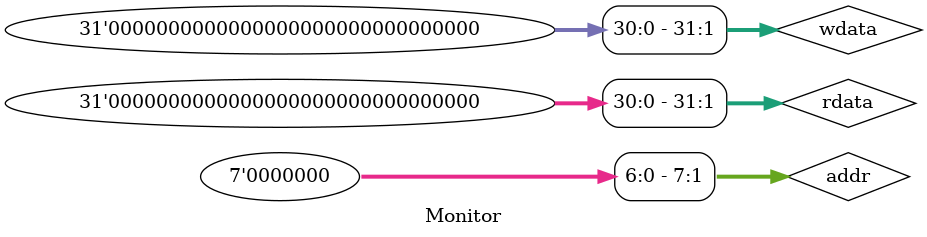
<source format=sv>
`timescale 1ns / 1ps
 
module Monitor(BusInterface Bus_Int, RegistersInterface Reg_Int);

	//Input/Output Variables
    logic clk = Bus_Int.clk;
    logic reset = Bus_Int.reset;
    logic sel = Bus_Int.sel;
    logic enable = Bus_Int.enable;
    logic write = Bus_Int.write;
    logic [7:0] addr = Bus_Int.addr;
    logic [31:0] wdata = Bus_Int.wdata;
    logic [31:0] rdata = Bus_Int.rdata;
    logic ready = Bus_Int.ready;

	logic [2:0] current_mode;
	logic fail;
    //current_mode = 	
    	//000 if RTC is not on
    	//001 if RTC is doing a read
    	//010 if RTC is doing a write
    	//011 if RTC is doing a add alarm
    	//100 if RTC is doing a add/sub time
    	//101 INVALID
    	//110 N/A
    	//111 N/A

   //State Machine Data 
	localparam Idle = 2'b00;
	localparam Access = 2'b11;
	logic[1:0] c_state = Idle; //current state (initialize idle)
	logic[1:0] n_state = Idle; //next state (initialize idle)

	//Instantiate Scoreboard
	Scoreboard dut(Bus_Int, Reg_Int, current_mode, fail);


	//Current State Logic (update values on rising edge)
	always_ff @(posedge clk, negedge reset)
	begin
	    //If reset is active (0), go back to Idle
	    if(reset == 0) begin
	        c_state <= Idle;
	    end
	    //otherwise, advance to next state
	    else begin
	        c_state <= n_state;
	    end
	end //end always_ff


	//Next State Logic
	always_comb
	begin
	    case(c_state)

	    //If RTC is not currently selected
	    Idle: 
	      begin
	      	//if RTC not selected again, stay in IDLE
	      	current_mode <= 3'b000;

	      	//if RTC is being seletced, change state to ACTIVE
	      	if(sel == 1 & reset == 1) begin
	      		n_state <= Access;
	      	end else begin
	      		n_state <= Idle;
	      	end
	      end //end IDLE
	    
	    //if RTC is currently selected
	    Access: 
	      begin
	      	//Read
	      	if(write == 0) begin
	      		current_mode <= 3'b001;
	      	//Write
	      	end else if(write == 1 & addr == 8'b00000000) begin  //addr00
	      		current_mode <= 3'b010;
	      	//Add alarm
	      	end else if(write == 1 & addr == 8'b00000100) begin //addr04
	      		current_mode <= 3'b011;
	     	//Add/Sub time
	      	end else if(write == 1 & addr == 8'b00001000) begin //addr08
	      		current_mode <= 3'b100;
	      	//Improper operation selected 
	      	end else begin //any other address
	      		current_mode <= 3'b101;
	        end

	   		n_state <= Idle;
	      end //end Access

	    endcase // end Case

	end //end always_ff


endmodule
</source>
